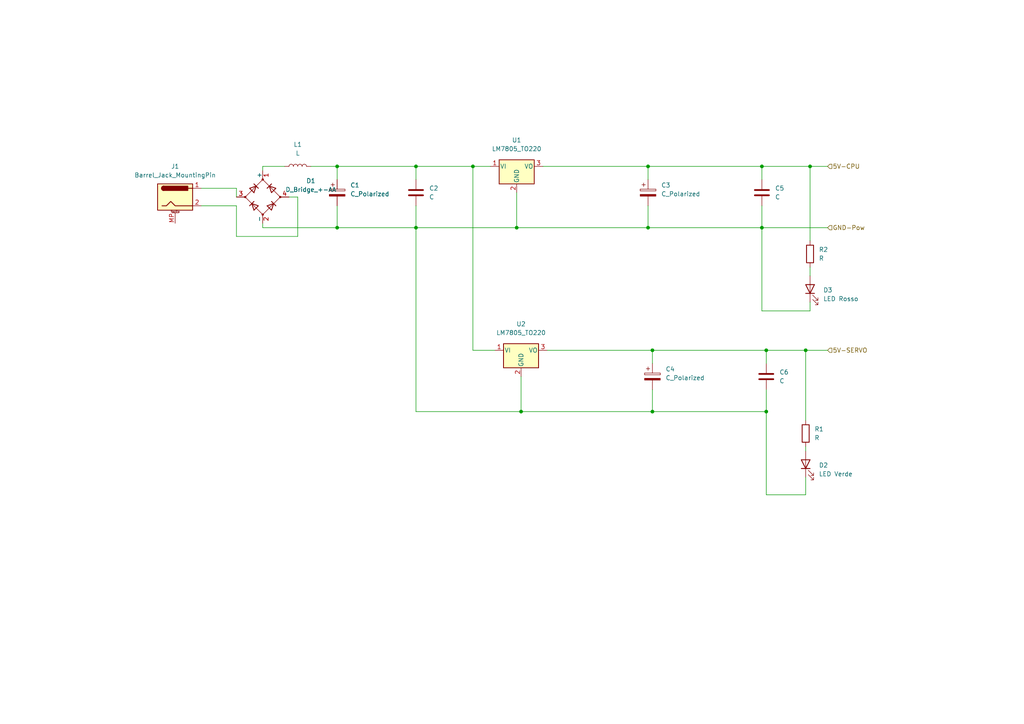
<source format=kicad_sch>
(kicad_sch (version 20211123) (generator eeschema)

  (uuid f008dfec-8cbd-4604-adf7-5c96849dc8e9)

  (paper "A4")

  (lib_symbols
    (symbol "Connector:Barrel_Jack_MountingPin" (pin_names hide) (in_bom yes) (on_board yes)
      (property "Reference" "J" (id 0) (at 0 5.334 0)
        (effects (font (size 1.27 1.27)))
      )
      (property "Value" "Barrel_Jack_MountingPin" (id 1) (at 1.27 -6.35 0)
        (effects (font (size 1.27 1.27)) (justify left))
      )
      (property "Footprint" "" (id 2) (at 1.27 -1.016 0)
        (effects (font (size 1.27 1.27)) hide)
      )
      (property "Datasheet" "~" (id 3) (at 1.27 -1.016 0)
        (effects (font (size 1.27 1.27)) hide)
      )
      (property "ki_keywords" "DC power barrel jack connector" (id 4) (at 0 0 0)
        (effects (font (size 1.27 1.27)) hide)
      )
      (property "ki_description" "DC Barrel Jack with a mounting pin" (id 5) (at 0 0 0)
        (effects (font (size 1.27 1.27)) hide)
      )
      (property "ki_fp_filters" "BarrelJack*" (id 6) (at 0 0 0)
        (effects (font (size 1.27 1.27)) hide)
      )
      (symbol "Barrel_Jack_MountingPin_0_1"
        (rectangle (start -5.08 3.81) (end 5.08 -3.81)
          (stroke (width 0.254) (type default) (color 0 0 0 0))
          (fill (type background))
        )
        (arc (start -3.302 3.175) (mid -3.937 2.54) (end -3.302 1.905)
          (stroke (width 0.254) (type default) (color 0 0 0 0))
          (fill (type none))
        )
        (arc (start -3.302 3.175) (mid -3.937 2.54) (end -3.302 1.905)
          (stroke (width 0.254) (type default) (color 0 0 0 0))
          (fill (type outline))
        )
        (polyline
          (pts
            (xy 5.08 2.54)
            (xy 3.81 2.54)
          )
          (stroke (width 0.254) (type default) (color 0 0 0 0))
          (fill (type none))
        )
        (polyline
          (pts
            (xy -3.81 -2.54)
            (xy -2.54 -2.54)
            (xy -1.27 -1.27)
            (xy 0 -2.54)
            (xy 2.54 -2.54)
            (xy 5.08 -2.54)
          )
          (stroke (width 0.254) (type default) (color 0 0 0 0))
          (fill (type none))
        )
        (rectangle (start 3.683 3.175) (end -3.302 1.905)
          (stroke (width 0.254) (type default) (color 0 0 0 0))
          (fill (type outline))
        )
      )
      (symbol "Barrel_Jack_MountingPin_1_1"
        (polyline
          (pts
            (xy -1.016 -4.572)
            (xy 1.016 -4.572)
          )
          (stroke (width 0.1524) (type default) (color 0 0 0 0))
          (fill (type none))
        )
        (text "Mounting" (at 0 -4.191 0)
          (effects (font (size 0.381 0.381)))
        )
        (pin passive line (at 7.62 2.54 180) (length 2.54)
          (name "~" (effects (font (size 1.27 1.27))))
          (number "1" (effects (font (size 1.27 1.27))))
        )
        (pin passive line (at 7.62 -2.54 180) (length 2.54)
          (name "~" (effects (font (size 1.27 1.27))))
          (number "2" (effects (font (size 1.27 1.27))))
        )
        (pin passive line (at 0 -7.62 90) (length 3.048)
          (name "MountPin" (effects (font (size 1.27 1.27))))
          (number "MP" (effects (font (size 1.27 1.27))))
        )
      )
    )
    (symbol "Device:C" (pin_numbers hide) (pin_names (offset 0.254)) (in_bom yes) (on_board yes)
      (property "Reference" "C" (id 0) (at 0.635 2.54 0)
        (effects (font (size 1.27 1.27)) (justify left))
      )
      (property "Value" "C" (id 1) (at 0.635 -2.54 0)
        (effects (font (size 1.27 1.27)) (justify left))
      )
      (property "Footprint" "" (id 2) (at 0.9652 -3.81 0)
        (effects (font (size 1.27 1.27)) hide)
      )
      (property "Datasheet" "~" (id 3) (at 0 0 0)
        (effects (font (size 1.27 1.27)) hide)
      )
      (property "ki_keywords" "cap capacitor" (id 4) (at 0 0 0)
        (effects (font (size 1.27 1.27)) hide)
      )
      (property "ki_description" "Unpolarized capacitor" (id 5) (at 0 0 0)
        (effects (font (size 1.27 1.27)) hide)
      )
      (property "ki_fp_filters" "C_*" (id 6) (at 0 0 0)
        (effects (font (size 1.27 1.27)) hide)
      )
      (symbol "C_0_1"
        (polyline
          (pts
            (xy -2.032 -0.762)
            (xy 2.032 -0.762)
          )
          (stroke (width 0.508) (type default) (color 0 0 0 0))
          (fill (type none))
        )
        (polyline
          (pts
            (xy -2.032 0.762)
            (xy 2.032 0.762)
          )
          (stroke (width 0.508) (type default) (color 0 0 0 0))
          (fill (type none))
        )
      )
      (symbol "C_1_1"
        (pin passive line (at 0 3.81 270) (length 2.794)
          (name "~" (effects (font (size 1.27 1.27))))
          (number "1" (effects (font (size 1.27 1.27))))
        )
        (pin passive line (at 0 -3.81 90) (length 2.794)
          (name "~" (effects (font (size 1.27 1.27))))
          (number "2" (effects (font (size 1.27 1.27))))
        )
      )
    )
    (symbol "Device:C_Polarized" (pin_numbers hide) (pin_names (offset 0.254)) (in_bom yes) (on_board yes)
      (property "Reference" "C" (id 0) (at 0.635 2.54 0)
        (effects (font (size 1.27 1.27)) (justify left))
      )
      (property "Value" "C_Polarized" (id 1) (at 0.635 -2.54 0)
        (effects (font (size 1.27 1.27)) (justify left))
      )
      (property "Footprint" "" (id 2) (at 0.9652 -3.81 0)
        (effects (font (size 1.27 1.27)) hide)
      )
      (property "Datasheet" "~" (id 3) (at 0 0 0)
        (effects (font (size 1.27 1.27)) hide)
      )
      (property "ki_keywords" "cap capacitor" (id 4) (at 0 0 0)
        (effects (font (size 1.27 1.27)) hide)
      )
      (property "ki_description" "Polarized capacitor" (id 5) (at 0 0 0)
        (effects (font (size 1.27 1.27)) hide)
      )
      (property "ki_fp_filters" "CP_*" (id 6) (at 0 0 0)
        (effects (font (size 1.27 1.27)) hide)
      )
      (symbol "C_Polarized_0_1"
        (rectangle (start -2.286 0.508) (end 2.286 1.016)
          (stroke (width 0) (type default) (color 0 0 0 0))
          (fill (type none))
        )
        (polyline
          (pts
            (xy -1.778 2.286)
            (xy -0.762 2.286)
          )
          (stroke (width 0) (type default) (color 0 0 0 0))
          (fill (type none))
        )
        (polyline
          (pts
            (xy -1.27 2.794)
            (xy -1.27 1.778)
          )
          (stroke (width 0) (type default) (color 0 0 0 0))
          (fill (type none))
        )
        (rectangle (start 2.286 -0.508) (end -2.286 -1.016)
          (stroke (width 0) (type default) (color 0 0 0 0))
          (fill (type outline))
        )
      )
      (symbol "C_Polarized_1_1"
        (pin passive line (at 0 3.81 270) (length 2.794)
          (name "~" (effects (font (size 1.27 1.27))))
          (number "1" (effects (font (size 1.27 1.27))))
        )
        (pin passive line (at 0 -3.81 90) (length 2.794)
          (name "~" (effects (font (size 1.27 1.27))))
          (number "2" (effects (font (size 1.27 1.27))))
        )
      )
    )
    (symbol "Device:D_Bridge_+-AA" (pin_names (offset 0)) (in_bom yes) (on_board yes)
      (property "Reference" "D" (id 0) (at 2.54 6.985 0)
        (effects (font (size 1.27 1.27)) (justify left))
      )
      (property "Value" "D_Bridge_+-AA" (id 1) (at 2.54 5.08 0)
        (effects (font (size 1.27 1.27)) (justify left))
      )
      (property "Footprint" "" (id 2) (at 0 0 0)
        (effects (font (size 1.27 1.27)) hide)
      )
      (property "Datasheet" "~" (id 3) (at 0 0 0)
        (effects (font (size 1.27 1.27)) hide)
      )
      (property "ki_keywords" "rectifier ACDC" (id 4) (at 0 0 0)
        (effects (font (size 1.27 1.27)) hide)
      )
      (property "ki_description" "Diode bridge, +ve/-ve/AC/AC" (id 5) (at 0 0 0)
        (effects (font (size 1.27 1.27)) hide)
      )
      (property "ki_fp_filters" "D*Bridge* D*Rectifier*" (id 6) (at 0 0 0)
        (effects (font (size 1.27 1.27)) hide)
      )
      (symbol "D_Bridge_+-AA_0_1"
        (circle (center -5.08 0) (radius 0.254)
          (stroke (width 0) (type default) (color 0 0 0 0))
          (fill (type outline))
        )
        (circle (center 0 -5.08) (radius 0.254)
          (stroke (width 0) (type default) (color 0 0 0 0))
          (fill (type outline))
        )
        (polyline
          (pts
            (xy -2.54 3.81)
            (xy -1.27 2.54)
          )
          (stroke (width 0.254) (type default) (color 0 0 0 0))
          (fill (type none))
        )
        (polyline
          (pts
            (xy -1.27 -2.54)
            (xy -2.54 -3.81)
          )
          (stroke (width 0.254) (type default) (color 0 0 0 0))
          (fill (type none))
        )
        (polyline
          (pts
            (xy 2.54 -1.27)
            (xy 3.81 -2.54)
          )
          (stroke (width 0.254) (type default) (color 0 0 0 0))
          (fill (type none))
        )
        (polyline
          (pts
            (xy 2.54 1.27)
            (xy 3.81 2.54)
          )
          (stroke (width 0.254) (type default) (color 0 0 0 0))
          (fill (type none))
        )
        (polyline
          (pts
            (xy -3.81 2.54)
            (xy -2.54 1.27)
            (xy -1.905 3.175)
            (xy -3.81 2.54)
          )
          (stroke (width 0.254) (type default) (color 0 0 0 0))
          (fill (type none))
        )
        (polyline
          (pts
            (xy -2.54 -1.27)
            (xy -3.81 -2.54)
            (xy -1.905 -3.175)
            (xy -2.54 -1.27)
          )
          (stroke (width 0.254) (type default) (color 0 0 0 0))
          (fill (type none))
        )
        (polyline
          (pts
            (xy 1.27 2.54)
            (xy 2.54 3.81)
            (xy 3.175 1.905)
            (xy 1.27 2.54)
          )
          (stroke (width 0.254) (type default) (color 0 0 0 0))
          (fill (type none))
        )
        (polyline
          (pts
            (xy 3.175 -1.905)
            (xy 1.27 -2.54)
            (xy 2.54 -3.81)
            (xy 3.175 -1.905)
          )
          (stroke (width 0.254) (type default) (color 0 0 0 0))
          (fill (type none))
        )
        (polyline
          (pts
            (xy -5.08 0)
            (xy 0 -5.08)
            (xy 5.08 0)
            (xy 0 5.08)
            (xy -5.08 0)
          )
          (stroke (width 0) (type default) (color 0 0 0 0))
          (fill (type none))
        )
        (circle (center 0 5.08) (radius 0.254)
          (stroke (width 0) (type default) (color 0 0 0 0))
          (fill (type outline))
        )
        (circle (center 5.08 0) (radius 0.254)
          (stroke (width 0) (type default) (color 0 0 0 0))
          (fill (type outline))
        )
      )
      (symbol "D_Bridge_+-AA_1_1"
        (pin passive line (at 7.62 0 180) (length 2.54)
          (name "+" (effects (font (size 1.27 1.27))))
          (number "1" (effects (font (size 1.27 1.27))))
        )
        (pin passive line (at -7.62 0 0) (length 2.54)
          (name "-" (effects (font (size 1.27 1.27))))
          (number "2" (effects (font (size 1.27 1.27))))
        )
        (pin passive line (at 0 7.62 270) (length 2.54)
          (name "~" (effects (font (size 1.27 1.27))))
          (number "3" (effects (font (size 1.27 1.27))))
        )
        (pin passive line (at 0 -7.62 90) (length 2.54)
          (name "~" (effects (font (size 1.27 1.27))))
          (number "4" (effects (font (size 1.27 1.27))))
        )
      )
    )
    (symbol "Device:L" (pin_numbers hide) (pin_names (offset 1.016) hide) (in_bom yes) (on_board yes)
      (property "Reference" "L" (id 0) (at -1.27 0 90)
        (effects (font (size 1.27 1.27)))
      )
      (property "Value" "L" (id 1) (at 1.905 0 90)
        (effects (font (size 1.27 1.27)))
      )
      (property "Footprint" "" (id 2) (at 0 0 0)
        (effects (font (size 1.27 1.27)) hide)
      )
      (property "Datasheet" "~" (id 3) (at 0 0 0)
        (effects (font (size 1.27 1.27)) hide)
      )
      (property "ki_keywords" "inductor choke coil reactor magnetic" (id 4) (at 0 0 0)
        (effects (font (size 1.27 1.27)) hide)
      )
      (property "ki_description" "Inductor" (id 5) (at 0 0 0)
        (effects (font (size 1.27 1.27)) hide)
      )
      (property "ki_fp_filters" "Choke_* *Coil* Inductor_* L_*" (id 6) (at 0 0 0)
        (effects (font (size 1.27 1.27)) hide)
      )
      (symbol "L_0_1"
        (arc (start 0 -2.54) (mid 0.635 -1.905) (end 0 -1.27)
          (stroke (width 0) (type default) (color 0 0 0 0))
          (fill (type none))
        )
        (arc (start 0 -1.27) (mid 0.635 -0.635) (end 0 0)
          (stroke (width 0) (type default) (color 0 0 0 0))
          (fill (type none))
        )
        (arc (start 0 0) (mid 0.635 0.635) (end 0 1.27)
          (stroke (width 0) (type default) (color 0 0 0 0))
          (fill (type none))
        )
        (arc (start 0 1.27) (mid 0.635 1.905) (end 0 2.54)
          (stroke (width 0) (type default) (color 0 0 0 0))
          (fill (type none))
        )
      )
      (symbol "L_1_1"
        (pin passive line (at 0 3.81 270) (length 1.27)
          (name "1" (effects (font (size 1.27 1.27))))
          (number "1" (effects (font (size 1.27 1.27))))
        )
        (pin passive line (at 0 -3.81 90) (length 1.27)
          (name "2" (effects (font (size 1.27 1.27))))
          (number "2" (effects (font (size 1.27 1.27))))
        )
      )
    )
    (symbol "Device:LED" (pin_numbers hide) (pin_names (offset 1.016) hide) (in_bom yes) (on_board yes)
      (property "Reference" "D" (id 0) (at 0 2.54 0)
        (effects (font (size 1.27 1.27)))
      )
      (property "Value" "LED" (id 1) (at 0 -2.54 0)
        (effects (font (size 1.27 1.27)))
      )
      (property "Footprint" "" (id 2) (at 0 0 0)
        (effects (font (size 1.27 1.27)) hide)
      )
      (property "Datasheet" "~" (id 3) (at 0 0 0)
        (effects (font (size 1.27 1.27)) hide)
      )
      (property "ki_keywords" "LED diode" (id 4) (at 0 0 0)
        (effects (font (size 1.27 1.27)) hide)
      )
      (property "ki_description" "Light emitting diode" (id 5) (at 0 0 0)
        (effects (font (size 1.27 1.27)) hide)
      )
      (property "ki_fp_filters" "LED* LED_SMD:* LED_THT:*" (id 6) (at 0 0 0)
        (effects (font (size 1.27 1.27)) hide)
      )
      (symbol "LED_0_1"
        (polyline
          (pts
            (xy -1.27 -1.27)
            (xy -1.27 1.27)
          )
          (stroke (width 0.254) (type default) (color 0 0 0 0))
          (fill (type none))
        )
        (polyline
          (pts
            (xy -1.27 0)
            (xy 1.27 0)
          )
          (stroke (width 0) (type default) (color 0 0 0 0))
          (fill (type none))
        )
        (polyline
          (pts
            (xy 1.27 -1.27)
            (xy 1.27 1.27)
            (xy -1.27 0)
            (xy 1.27 -1.27)
          )
          (stroke (width 0.254) (type default) (color 0 0 0 0))
          (fill (type none))
        )
        (polyline
          (pts
            (xy -3.048 -0.762)
            (xy -4.572 -2.286)
            (xy -3.81 -2.286)
            (xy -4.572 -2.286)
            (xy -4.572 -1.524)
          )
          (stroke (width 0) (type default) (color 0 0 0 0))
          (fill (type none))
        )
        (polyline
          (pts
            (xy -1.778 -0.762)
            (xy -3.302 -2.286)
            (xy -2.54 -2.286)
            (xy -3.302 -2.286)
            (xy -3.302 -1.524)
          )
          (stroke (width 0) (type default) (color 0 0 0 0))
          (fill (type none))
        )
      )
      (symbol "LED_1_1"
        (pin passive line (at -3.81 0 0) (length 2.54)
          (name "K" (effects (font (size 1.27 1.27))))
          (number "1" (effects (font (size 1.27 1.27))))
        )
        (pin passive line (at 3.81 0 180) (length 2.54)
          (name "A" (effects (font (size 1.27 1.27))))
          (number "2" (effects (font (size 1.27 1.27))))
        )
      )
    )
    (symbol "Device:R" (pin_numbers hide) (pin_names (offset 0)) (in_bom yes) (on_board yes)
      (property "Reference" "R" (id 0) (at 2.032 0 90)
        (effects (font (size 1.27 1.27)))
      )
      (property "Value" "R" (id 1) (at 0 0 90)
        (effects (font (size 1.27 1.27)))
      )
      (property "Footprint" "" (id 2) (at -1.778 0 90)
        (effects (font (size 1.27 1.27)) hide)
      )
      (property "Datasheet" "~" (id 3) (at 0 0 0)
        (effects (font (size 1.27 1.27)) hide)
      )
      (property "ki_keywords" "R res resistor" (id 4) (at 0 0 0)
        (effects (font (size 1.27 1.27)) hide)
      )
      (property "ki_description" "Resistor" (id 5) (at 0 0 0)
        (effects (font (size 1.27 1.27)) hide)
      )
      (property "ki_fp_filters" "R_*" (id 6) (at 0 0 0)
        (effects (font (size 1.27 1.27)) hide)
      )
      (symbol "R_0_1"
        (rectangle (start -1.016 -2.54) (end 1.016 2.54)
          (stroke (width 0.254) (type default) (color 0 0 0 0))
          (fill (type none))
        )
      )
      (symbol "R_1_1"
        (pin passive line (at 0 3.81 270) (length 1.27)
          (name "~" (effects (font (size 1.27 1.27))))
          (number "1" (effects (font (size 1.27 1.27))))
        )
        (pin passive line (at 0 -3.81 90) (length 1.27)
          (name "~" (effects (font (size 1.27 1.27))))
          (number "2" (effects (font (size 1.27 1.27))))
        )
      )
    )
    (symbol "Regulator_Linear:LM7805_TO220" (pin_names (offset 0.254)) (in_bom yes) (on_board yes)
      (property "Reference" "U" (id 0) (at -3.81 3.175 0)
        (effects (font (size 1.27 1.27)))
      )
      (property "Value" "LM7805_TO220" (id 1) (at 0 3.175 0)
        (effects (font (size 1.27 1.27)) (justify left))
      )
      (property "Footprint" "Package_TO_SOT_THT:TO-220-3_Vertical" (id 2) (at 0 5.715 0)
        (effects (font (size 1.27 1.27) italic) hide)
      )
      (property "Datasheet" "https://www.onsemi.cn/PowerSolutions/document/MC7800-D.PDF" (id 3) (at 0 -1.27 0)
        (effects (font (size 1.27 1.27)) hide)
      )
      (property "ki_keywords" "Voltage Regulator 1A Positive" (id 4) (at 0 0 0)
        (effects (font (size 1.27 1.27)) hide)
      )
      (property "ki_description" "Positive 1A 35V Linear Regulator, Fixed Output 5V, TO-220" (id 5) (at 0 0 0)
        (effects (font (size 1.27 1.27)) hide)
      )
      (property "ki_fp_filters" "TO?220*" (id 6) (at 0 0 0)
        (effects (font (size 1.27 1.27)) hide)
      )
      (symbol "LM7805_TO220_0_1"
        (rectangle (start -5.08 1.905) (end 5.08 -5.08)
          (stroke (width 0.254) (type default) (color 0 0 0 0))
          (fill (type background))
        )
      )
      (symbol "LM7805_TO220_1_1"
        (pin power_in line (at -7.62 0 0) (length 2.54)
          (name "VI" (effects (font (size 1.27 1.27))))
          (number "1" (effects (font (size 1.27 1.27))))
        )
        (pin power_in line (at 0 -7.62 90) (length 2.54)
          (name "GND" (effects (font (size 1.27 1.27))))
          (number "2" (effects (font (size 1.27 1.27))))
        )
        (pin power_out line (at 7.62 0 180) (length 2.54)
          (name "VO" (effects (font (size 1.27 1.27))))
          (number "3" (effects (font (size 1.27 1.27))))
        )
      )
    )
  )

  (junction (at 187.96 66.04) (diameter 0) (color 0 0 0 0)
    (uuid 02c03e1f-54f0-47b5-8090-790eaa8054e5)
  )
  (junction (at 97.79 48.26) (diameter 0) (color 0 0 0 0)
    (uuid 06761d6a-d0f7-4522-90a5-02a9bff75dcc)
  )
  (junction (at 120.65 66.04) (diameter 0) (color 0 0 0 0)
    (uuid 22eb16ec-c020-4b05-af2a-6c2fddea5ef9)
  )
  (junction (at 220.98 48.26) (diameter 0) (color 0 0 0 0)
    (uuid 23248dce-24e3-4258-be9b-2c3226426482)
  )
  (junction (at 151.13 119.38) (diameter 0) (color 0 0 0 0)
    (uuid 370fa68d-8e1b-4a0c-ba10-e8cfdcaa2cca)
  )
  (junction (at 120.65 48.26) (diameter 0) (color 0 0 0 0)
    (uuid 406b0538-e407-42dc-b3f5-635fd43e5eaf)
  )
  (junction (at 97.79 66.04) (diameter 0) (color 0 0 0 0)
    (uuid 4aade580-3568-48b8-9ba6-d98a7fc9b6d4)
  )
  (junction (at 234.95 48.26) (diameter 0) (color 0 0 0 0)
    (uuid 6f180f55-2af2-4ae8-8ce5-262edfe36df4)
  )
  (junction (at 149.86 66.04) (diameter 0) (color 0 0 0 0)
    (uuid 737048ec-988c-476e-83c6-96f2514f6b50)
  )
  (junction (at 187.96 48.26) (diameter 0) (color 0 0 0 0)
    (uuid 7a3c66fe-af0a-4686-8dbc-2565c40985ee)
  )
  (junction (at 220.98 66.04) (diameter 0) (color 0 0 0 0)
    (uuid a3c90ad5-e9e8-4e0f-bc14-cbf1102c3fa2)
  )
  (junction (at 222.25 119.38) (diameter 0) (color 0 0 0 0)
    (uuid a6d17893-c0eb-49c6-8990-e6336bae4a7b)
  )
  (junction (at 189.23 101.6) (diameter 0) (color 0 0 0 0)
    (uuid b4750253-17f7-4952-a97f-0e2aa78e5d4e)
  )
  (junction (at 233.68 101.6) (diameter 0) (color 0 0 0 0)
    (uuid c1b6ca8c-2da9-4006-83d4-f1b71138ddbe)
  )
  (junction (at 222.25 101.6) (diameter 0) (color 0 0 0 0)
    (uuid c6151bb4-beb6-483d-8734-a5fd18c39104)
  )
  (junction (at 189.23 119.38) (diameter 0) (color 0 0 0 0)
    (uuid cff51dff-46c0-41a0-bd12-4dfb503e1fb1)
  )
  (junction (at 137.16 48.26) (diameter 0) (color 0 0 0 0)
    (uuid f84c8274-51c3-49c8-9d3f-2b16dbda5b3a)
  )

  (wire (pts (xy 120.65 119.38) (xy 120.65 66.04))
    (stroke (width 0) (type default) (color 0 0 0 0))
    (uuid 0501f9d3-1037-483e-8d4c-d7f511661b98)
  )
  (wire (pts (xy 97.79 48.26) (xy 120.65 48.26))
    (stroke (width 0) (type default) (color 0 0 0 0))
    (uuid 19fa953e-96f9-4544-95f8-14b96c5f0592)
  )
  (wire (pts (xy 233.68 138.43) (xy 233.68 143.51))
    (stroke (width 0) (type default) (color 0 0 0 0))
    (uuid 1bb4cb28-2f0b-4c98-b1a9-06a80fb6ad91)
  )
  (wire (pts (xy 187.96 48.26) (xy 220.98 48.26))
    (stroke (width 0) (type default) (color 0 0 0 0))
    (uuid 1e1d860f-ab47-4f7a-9706-99b24fb66d56)
  )
  (wire (pts (xy 137.16 48.26) (xy 142.24 48.26))
    (stroke (width 0) (type default) (color 0 0 0 0))
    (uuid 1fd4d199-be0d-4bd6-a8bf-6a584dd790d8)
  )
  (wire (pts (xy 137.16 101.6) (xy 137.16 48.26))
    (stroke (width 0) (type default) (color 0 0 0 0))
    (uuid 2df9c463-1835-423c-ad3d-9a28aa5abb77)
  )
  (wire (pts (xy 234.95 48.26) (xy 240.03 48.26))
    (stroke (width 0) (type default) (color 0 0 0 0))
    (uuid 2e94084f-0194-4218-bd4e-8ef2615b3ad3)
  )
  (wire (pts (xy 157.48 48.26) (xy 187.96 48.26))
    (stroke (width 0) (type default) (color 0 0 0 0))
    (uuid 37151358-5d26-4223-aab7-bbe564f73269)
  )
  (wire (pts (xy 76.2 64.77) (xy 76.2 66.04))
    (stroke (width 0) (type default) (color 0 0 0 0))
    (uuid 3904b500-50c7-4e09-acb1-90aa776fc138)
  )
  (wire (pts (xy 233.68 101.6) (xy 233.68 121.92))
    (stroke (width 0) (type default) (color 0 0 0 0))
    (uuid 394c10eb-4ca2-4913-b2ee-7c2c88338d8c)
  )
  (wire (pts (xy 234.95 48.26) (xy 234.95 69.85))
    (stroke (width 0) (type default) (color 0 0 0 0))
    (uuid 3a08f6bb-83d1-4267-9240-a39239edd0ae)
  )
  (wire (pts (xy 189.23 119.38) (xy 151.13 119.38))
    (stroke (width 0) (type default) (color 0 0 0 0))
    (uuid 3b75e053-9803-4ad4-9152-cf42fb113e7f)
  )
  (wire (pts (xy 189.23 101.6) (xy 189.23 105.41))
    (stroke (width 0) (type default) (color 0 0 0 0))
    (uuid 3c27d80c-3964-4055-bf40-0434a3cc02ad)
  )
  (wire (pts (xy 234.95 87.63) (xy 234.95 90.17))
    (stroke (width 0) (type default) (color 0 0 0 0))
    (uuid 3d02dfec-c2e4-46b2-bdb8-5008877ec7e0)
  )
  (wire (pts (xy 120.65 48.26) (xy 137.16 48.26))
    (stroke (width 0) (type default) (color 0 0 0 0))
    (uuid 410a049d-8aae-4e3f-bb06-cfb3993b7752)
  )
  (wire (pts (xy 222.25 113.03) (xy 222.25 119.38))
    (stroke (width 0) (type default) (color 0 0 0 0))
    (uuid 447801ef-def9-428c-bdf2-c65bc975bdc4)
  )
  (wire (pts (xy 220.98 48.26) (xy 234.95 48.26))
    (stroke (width 0) (type default) (color 0 0 0 0))
    (uuid 463add5c-4479-40be-aa2f-71bbecac9a15)
  )
  (wire (pts (xy 151.13 119.38) (xy 120.65 119.38))
    (stroke (width 0) (type default) (color 0 0 0 0))
    (uuid 4ab9bac4-ea23-4da4-a9f6-e18ace3cbf60)
  )
  (wire (pts (xy 97.79 59.69) (xy 97.79 66.04))
    (stroke (width 0) (type default) (color 0 0 0 0))
    (uuid 50473d75-7668-4bb7-b779-3baf343577f1)
  )
  (wire (pts (xy 234.95 77.47) (xy 234.95 80.01))
    (stroke (width 0) (type default) (color 0 0 0 0))
    (uuid 546cca88-ae0c-46e6-b451-e387789c6f3b)
  )
  (wire (pts (xy 97.79 66.04) (xy 120.65 66.04))
    (stroke (width 0) (type default) (color 0 0 0 0))
    (uuid 560b9e22-fbfa-4284-9322-ea7eb29bec44)
  )
  (wire (pts (xy 187.96 59.69) (xy 187.96 66.04))
    (stroke (width 0) (type default) (color 0 0 0 0))
    (uuid 5a6a3fe1-f1d3-4c26-bb36-dd89332d452c)
  )
  (wire (pts (xy 233.68 101.6) (xy 240.03 101.6))
    (stroke (width 0) (type default) (color 0 0 0 0))
    (uuid 64ac6f89-deb1-4561-afb7-27651348f6c6)
  )
  (wire (pts (xy 120.65 59.69) (xy 120.65 66.04))
    (stroke (width 0) (type default) (color 0 0 0 0))
    (uuid 683fbb7f-330c-48db-9b1f-a226282ffdda)
  )
  (wire (pts (xy 187.96 66.04) (xy 220.98 66.04))
    (stroke (width 0) (type default) (color 0 0 0 0))
    (uuid 68f06567-2b69-45e9-81a9-a5f6f8bfd0bf)
  )
  (wire (pts (xy 189.23 101.6) (xy 158.75 101.6))
    (stroke (width 0) (type default) (color 0 0 0 0))
    (uuid 6a08e7cf-56f8-427f-a198-85368584f711)
  )
  (wire (pts (xy 120.65 52.07) (xy 120.65 48.26))
    (stroke (width 0) (type default) (color 0 0 0 0))
    (uuid 6f2da74a-f91e-42d5-83b5-1a5b4f934a51)
  )
  (wire (pts (xy 149.86 55.88) (xy 149.86 66.04))
    (stroke (width 0) (type default) (color 0 0 0 0))
    (uuid 7237e59b-a03f-479f-88d8-0aa0ed6c4e1d)
  )
  (wire (pts (xy 86.36 68.58) (xy 86.36 57.15))
    (stroke (width 0) (type default) (color 0 0 0 0))
    (uuid 752e8ff0-deb6-403f-a0be-46c7b2e2696e)
  )
  (wire (pts (xy 220.98 66.04) (xy 220.98 59.69))
    (stroke (width 0) (type default) (color 0 0 0 0))
    (uuid 7f3a0fa5-3bf6-4db5-bf39-2e3495a935ab)
  )
  (wire (pts (xy 76.2 66.04) (xy 97.79 66.04))
    (stroke (width 0) (type default) (color 0 0 0 0))
    (uuid 8815e94a-c93f-4fb4-b316-04259dd2bab1)
  )
  (wire (pts (xy 222.25 119.38) (xy 189.23 119.38))
    (stroke (width 0) (type default) (color 0 0 0 0))
    (uuid 8efdfbe4-7006-4eec-8826-642e49cfcd15)
  )
  (wire (pts (xy 68.58 68.58) (xy 86.36 68.58))
    (stroke (width 0) (type default) (color 0 0 0 0))
    (uuid 9514497a-9d81-4fa8-852d-dc8955d6afe8)
  )
  (wire (pts (xy 222.25 101.6) (xy 189.23 101.6))
    (stroke (width 0) (type default) (color 0 0 0 0))
    (uuid 99d2cc65-a9b5-484c-8c6f-a74d066d5103)
  )
  (wire (pts (xy 120.65 66.04) (xy 149.86 66.04))
    (stroke (width 0) (type default) (color 0 0 0 0))
    (uuid 9d92645c-25e5-471b-836e-8eb1129db0f6)
  )
  (wire (pts (xy 151.13 109.22) (xy 151.13 119.38))
    (stroke (width 0) (type default) (color 0 0 0 0))
    (uuid a2665aa4-0005-4e79-9751-763a942980bb)
  )
  (wire (pts (xy 76.2 48.26) (xy 76.2 49.53))
    (stroke (width 0) (type default) (color 0 0 0 0))
    (uuid a5924884-64a9-4faf-863a-b6d82d7488de)
  )
  (wire (pts (xy 220.98 48.26) (xy 220.98 52.07))
    (stroke (width 0) (type default) (color 0 0 0 0))
    (uuid a73b1207-cc2c-4724-bfea-bd317a0f2435)
  )
  (wire (pts (xy 233.68 129.54) (xy 233.68 130.81))
    (stroke (width 0) (type default) (color 0 0 0 0))
    (uuid aaaf1ca3-7358-4c7f-a185-7384aeb0abd7)
  )
  (wire (pts (xy 149.86 66.04) (xy 187.96 66.04))
    (stroke (width 0) (type default) (color 0 0 0 0))
    (uuid ad055baf-f3e9-4a2a-882d-e3033c02bf22)
  )
  (wire (pts (xy 90.17 48.26) (xy 97.79 48.26))
    (stroke (width 0) (type default) (color 0 0 0 0))
    (uuid adbadb76-150f-48ae-85ab-8afeb1369ca3)
  )
  (wire (pts (xy 222.25 143.51) (xy 222.25 119.38))
    (stroke (width 0) (type default) (color 0 0 0 0))
    (uuid b1b21239-f19d-4877-a0a6-485d418039da)
  )
  (wire (pts (xy 233.68 143.51) (xy 222.25 143.51))
    (stroke (width 0) (type default) (color 0 0 0 0))
    (uuid b4734d7d-2245-4d2e-9a44-30ecaecd65bc)
  )
  (wire (pts (xy 187.96 48.26) (xy 187.96 52.07))
    (stroke (width 0) (type default) (color 0 0 0 0))
    (uuid b558f8c4-f5fe-4299-83c3-ba7b6d493a68)
  )
  (wire (pts (xy 68.58 59.69) (xy 68.58 68.58))
    (stroke (width 0) (type default) (color 0 0 0 0))
    (uuid bfe47710-0ada-4ff7-b894-24b2d593a5b0)
  )
  (wire (pts (xy 220.98 90.17) (xy 220.98 66.04))
    (stroke (width 0) (type default) (color 0 0 0 0))
    (uuid c35ca94a-cad0-4c81-82b2-4b829ee073b6)
  )
  (wire (pts (xy 234.95 90.17) (xy 220.98 90.17))
    (stroke (width 0) (type default) (color 0 0 0 0))
    (uuid c7e8105c-7295-4746-a217-d1339f7247a4)
  )
  (wire (pts (xy 143.51 101.6) (xy 137.16 101.6))
    (stroke (width 0) (type default) (color 0 0 0 0))
    (uuid c95c64af-79ae-4bb6-bb0b-26a7e6636419)
  )
  (wire (pts (xy 222.25 105.41) (xy 222.25 101.6))
    (stroke (width 0) (type default) (color 0 0 0 0))
    (uuid cb90ecae-e9ec-4d21-878a-82d81f2b77b4)
  )
  (wire (pts (xy 97.79 48.26) (xy 97.79 52.07))
    (stroke (width 0) (type default) (color 0 0 0 0))
    (uuid cf5d128b-5e36-49e3-bcb4-c51a89cd1880)
  )
  (wire (pts (xy 58.42 59.69) (xy 68.58 59.69))
    (stroke (width 0) (type default) (color 0 0 0 0))
    (uuid d2e4133a-5ea9-4ca4-a663-19622feb1182)
  )
  (wire (pts (xy 58.42 54.61) (xy 68.58 54.61))
    (stroke (width 0) (type default) (color 0 0 0 0))
    (uuid d5ceaac4-9fcd-4e7e-8cd5-f754f05cd9f7)
  )
  (wire (pts (xy 86.36 57.15) (xy 83.82 57.15))
    (stroke (width 0) (type default) (color 0 0 0 0))
    (uuid dc5b15f3-2b36-471b-a355-28a2b15c8053)
  )
  (wire (pts (xy 222.25 101.6) (xy 233.68 101.6))
    (stroke (width 0) (type default) (color 0 0 0 0))
    (uuid dc9d3d40-93b8-44e0-b0a6-3efbe3400d1b)
  )
  (wire (pts (xy 189.23 113.03) (xy 189.23 119.38))
    (stroke (width 0) (type default) (color 0 0 0 0))
    (uuid e7c2a831-4c65-43fe-8d82-f1a347f75bfb)
  )
  (wire (pts (xy 220.98 66.04) (xy 240.03 66.04))
    (stroke (width 0) (type default) (color 0 0 0 0))
    (uuid f17cc0c0-ae74-427b-8659-e7ef25dbacdd)
  )
  (wire (pts (xy 82.55 48.26) (xy 76.2 48.26))
    (stroke (width 0) (type default) (color 0 0 0 0))
    (uuid f1af9dcf-8562-4526-b73d-c497d32bafec)
  )
  (wire (pts (xy 68.58 54.61) (xy 68.58 57.15))
    (stroke (width 0) (type default) (color 0 0 0 0))
    (uuid f346b2fd-9f05-44e3-bbdb-8c70530640a8)
  )

  (hierarchical_label "5V-CPU" (shape input) (at 240.03 48.26 0)
    (effects (font (size 1.27 1.27)) (justify left))
    (uuid 415f8cbf-1543-4dea-9365-14a5706895b5)
  )
  (hierarchical_label "5V-SERVO" (shape input) (at 240.03 101.6 0)
    (effects (font (size 1.27 1.27)) (justify left))
    (uuid 74486759-5b9d-4627-bc73-086587ddedb7)
  )
  (hierarchical_label "GND-Pow" (shape input) (at 240.03 66.04 0)
    (effects (font (size 1.27 1.27)) (justify left))
    (uuid b264f53d-be85-4256-9262-dd49ec6186c0)
  )

  (symbol (lib_id "Device:R") (at 233.68 125.73 0) (unit 1)
    (in_bom yes) (on_board yes) (fields_autoplaced)
    (uuid 03573eaa-9d46-4529-8b72-a2e2ede9abe2)
    (property "Reference" "R1" (id 0) (at 236.22 124.4599 0)
      (effects (font (size 1.27 1.27)) (justify left))
    )
    (property "Value" "R" (id 1) (at 236.22 126.9999 0)
      (effects (font (size 1.27 1.27)) (justify left))
    )
    (property "Footprint" "Resistor_THT:R_Axial_DIN0309_L9.0mm_D3.2mm_P20.32mm_Horizontal" (id 2) (at 231.902 125.73 90)
      (effects (font (size 1.27 1.27)) hide)
    )
    (property "Datasheet" "~" (id 3) (at 233.68 125.73 0)
      (effects (font (size 1.27 1.27)) hide)
    )
    (pin "1" (uuid bf2f54d0-b986-4271-87f8-5816351ccf68))
    (pin "2" (uuid 4318a250-88e8-4ff2-8431-5374db4b9fe0))
  )

  (symbol (lib_id "Device:LED") (at 234.95 83.82 90) (unit 1)
    (in_bom yes) (on_board yes) (fields_autoplaced)
    (uuid 24e0aa4f-7f02-4367-8830-83223ce812f2)
    (property "Reference" "D3" (id 0) (at 238.76 84.1374 90)
      (effects (font (size 1.27 1.27)) (justify right))
    )
    (property "Value" "LED Rosso" (id 1) (at 238.76 86.6774 90)
      (effects (font (size 1.27 1.27)) (justify right))
    )
    (property "Footprint" "LED_THT:LED_D5.0mm" (id 2) (at 234.95 83.82 0)
      (effects (font (size 1.27 1.27)) hide)
    )
    (property "Datasheet" "~" (id 3) (at 234.95 83.82 0)
      (effects (font (size 1.27 1.27)) hide)
    )
    (pin "1" (uuid 46390826-01ea-4751-ba64-55cc5b57682f))
    (pin "2" (uuid be76cc83-da00-4ec8-b15e-ef91a8a811fc))
  )

  (symbol (lib_id "Regulator_Linear:LM7805_TO220") (at 151.13 101.6 0) (unit 1)
    (in_bom yes) (on_board yes) (fields_autoplaced)
    (uuid 409bf8c7-21da-4798-8a78-c6aa7bc71315)
    (property "Reference" "U2" (id 0) (at 151.13 93.98 0))
    (property "Value" "LM7805_TO220" (id 1) (at 151.13 96.52 0))
    (property "Footprint" "Package_TO_SOT_THT:TO-220-3_Vertical" (id 2) (at 151.13 95.885 0)
      (effects (font (size 1.27 1.27) italic) hide)
    )
    (property "Datasheet" "https://www.onsemi.cn/PowerSolutions/document/MC7800-D.PDF" (id 3) (at 151.13 102.87 0)
      (effects (font (size 1.27 1.27)) hide)
    )
    (pin "1" (uuid 73bc975f-09c3-4dda-bb02-860b8380d6ae))
    (pin "2" (uuid 97962c1e-db75-4192-be44-f60315edb557))
    (pin "3" (uuid e25f465c-bd8f-49ec-b7d9-beb299ce9755))
  )

  (symbol (lib_id "Device:C_Polarized") (at 187.96 55.88 0) (unit 1)
    (in_bom yes) (on_board yes) (fields_autoplaced)
    (uuid 462cc3b1-535e-43f2-9d1e-b0968d208b83)
    (property "Reference" "C3" (id 0) (at 191.77 53.7209 0)
      (effects (font (size 1.27 1.27)) (justify left))
    )
    (property "Value" "C_Polarized" (id 1) (at 191.77 56.2609 0)
      (effects (font (size 1.27 1.27)) (justify left))
    )
    (property "Footprint" "Capacitor_THT:CP_Axial_L37.0mm_D13.0mm_P43.00mm_Horizontal" (id 2) (at 188.9252 59.69 0)
      (effects (font (size 1.27 1.27)) hide)
    )
    (property "Datasheet" "~" (id 3) (at 187.96 55.88 0)
      (effects (font (size 1.27 1.27)) hide)
    )
    (pin "1" (uuid c43f24b0-01c4-45ec-aa4a-5498098e16ab))
    (pin "2" (uuid baf7d5c1-8bc5-4816-9c9c-bb92b4a6b3da))
  )

  (symbol (lib_id "Device:C") (at 222.25 109.22 0) (unit 1)
    (in_bom yes) (on_board yes) (fields_autoplaced)
    (uuid 54db99a4-3fde-4a91-9fad-4f08097f60e6)
    (property "Reference" "C6" (id 0) (at 226.06 107.9499 0)
      (effects (font (size 1.27 1.27)) (justify left))
    )
    (property "Value" "C" (id 1) (at 226.06 110.4899 0)
      (effects (font (size 1.27 1.27)) (justify left))
    )
    (property "Footprint" "Capacitor_THT:C_Axial_L5.1mm_D3.1mm_P7.50mm_Horizontal" (id 2) (at 223.2152 113.03 0)
      (effects (font (size 1.27 1.27)) hide)
    )
    (property "Datasheet" "~" (id 3) (at 222.25 109.22 0)
      (effects (font (size 1.27 1.27)) hide)
    )
    (pin "1" (uuid 24fc2ec6-9ce9-43dc-9d66-9f94e4b63d5e))
    (pin "2" (uuid 6d4883a3-43f6-4b53-8c82-b6d633e794c1))
  )

  (symbol (lib_id "Device:R") (at 234.95 73.66 0) (unit 1)
    (in_bom yes) (on_board yes) (fields_autoplaced)
    (uuid 59d26a62-d199-4418-a642-fcede38a030d)
    (property "Reference" "R2" (id 0) (at 237.49 72.3899 0)
      (effects (font (size 1.27 1.27)) (justify left))
    )
    (property "Value" "R" (id 1) (at 237.49 74.9299 0)
      (effects (font (size 1.27 1.27)) (justify left))
    )
    (property "Footprint" "Resistor_THT:R_Axial_DIN0309_L9.0mm_D3.2mm_P20.32mm_Horizontal" (id 2) (at 233.172 73.66 90)
      (effects (font (size 1.27 1.27)) hide)
    )
    (property "Datasheet" "~" (id 3) (at 234.95 73.66 0)
      (effects (font (size 1.27 1.27)) hide)
    )
    (pin "1" (uuid 06649cfc-decf-4276-9311-a020ff48cb1b))
    (pin "2" (uuid e091d0d4-05db-48ca-9fe4-0d644df1d076))
  )

  (symbol (lib_id "Device:C") (at 220.98 55.88 0) (unit 1)
    (in_bom yes) (on_board yes) (fields_autoplaced)
    (uuid 5d761499-c3b4-4179-88a5-f5861346a3ec)
    (property "Reference" "C5" (id 0) (at 224.79 54.6099 0)
      (effects (font (size 1.27 1.27)) (justify left))
    )
    (property "Value" "C" (id 1) (at 224.79 57.1499 0)
      (effects (font (size 1.27 1.27)) (justify left))
    )
    (property "Footprint" "Capacitor_THT:C_Axial_L5.1mm_D3.1mm_P7.50mm_Horizontal" (id 2) (at 221.9452 59.69 0)
      (effects (font (size 1.27 1.27)) hide)
    )
    (property "Datasheet" "~" (id 3) (at 220.98 55.88 0)
      (effects (font (size 1.27 1.27)) hide)
    )
    (pin "1" (uuid 6423e9e7-6277-460d-ad7c-d023afe87697))
    (pin "2" (uuid 40b865b0-cc78-47dd-9ef7-e114a59444e8))
  )

  (symbol (lib_id "Device:D_Bridge_+-AA") (at 76.2 57.15 90) (unit 1)
    (in_bom yes) (on_board yes) (fields_autoplaced)
    (uuid 5e807c14-eb72-4699-ac5c-0e22b3b90689)
    (property "Reference" "D1" (id 0) (at 90.17 52.451 90))
    (property "Value" "D_Bridge_+-AA" (id 1) (at 90.17 54.991 90))
    (property "Footprint" "Diode_THT:Diode_Bridge_Round_D8.9mm" (id 2) (at 76.2 57.15 0)
      (effects (font (size 1.27 1.27)) hide)
    )
    (property "Datasheet" "~" (id 3) (at 76.2 57.15 0)
      (effects (font (size 1.27 1.27)) hide)
    )
    (pin "1" (uuid ef02d8bd-f5ed-4c60-b031-608f2959fcf9))
    (pin "2" (uuid 3532cddf-acb9-4e3a-8232-d14fb89c468b))
    (pin "3" (uuid 156d07b6-f60e-459b-b98a-29b8c699efdc))
    (pin "4" (uuid e8427703-debe-4022-822d-163d4fc97756))
  )

  (symbol (lib_id "Device:C_Polarized") (at 97.79 55.88 0) (unit 1)
    (in_bom yes) (on_board yes) (fields_autoplaced)
    (uuid 6ca37845-c8b0-426a-bf5b-60cf4677f720)
    (property "Reference" "C1" (id 0) (at 101.6 53.7209 0)
      (effects (font (size 1.27 1.27)) (justify left))
    )
    (property "Value" "C_Polarized" (id 1) (at 101.6 56.2609 0)
      (effects (font (size 1.27 1.27)) (justify left))
    )
    (property "Footprint" "Capacitor_THT:CP_Axial_L37.0mm_D13.0mm_P43.00mm_Horizontal" (id 2) (at 98.7552 59.69 0)
      (effects (font (size 1.27 1.27)) hide)
    )
    (property "Datasheet" "~" (id 3) (at 97.79 55.88 0)
      (effects (font (size 1.27 1.27)) hide)
    )
    (pin "1" (uuid 71e9e527-c0c1-4cee-bd2c-087de593da42))
    (pin "2" (uuid 54868a61-f8d7-4b55-a385-60c58a7ea289))
  )

  (symbol (lib_id "Device:LED") (at 233.68 134.62 90) (unit 1)
    (in_bom yes) (on_board yes) (fields_autoplaced)
    (uuid a1fd7cf2-0fed-4fc8-95ff-67cab909a3b6)
    (property "Reference" "D2" (id 0) (at 237.49 134.9374 90)
      (effects (font (size 1.27 1.27)) (justify right))
    )
    (property "Value" "LED Verde" (id 1) (at 237.49 137.4774 90)
      (effects (font (size 1.27 1.27)) (justify right))
    )
    (property "Footprint" "LED_THT:LED_D5.0mm" (id 2) (at 233.68 134.62 0)
      (effects (font (size 1.27 1.27)) hide)
    )
    (property "Datasheet" "~" (id 3) (at 233.68 134.62 0)
      (effects (font (size 1.27 1.27)) hide)
    )
    (pin "1" (uuid f274bbdd-5c0b-4c93-9714-65a029d96f37))
    (pin "2" (uuid 67991ed0-495b-4f2f-85be-21e952b2cd90))
  )

  (symbol (lib_id "Device:C") (at 120.65 55.88 0) (unit 1)
    (in_bom yes) (on_board yes) (fields_autoplaced)
    (uuid ab8fa022-f3b2-4e34-8ebf-12e4731aa823)
    (property "Reference" "C2" (id 0) (at 124.46 54.6099 0)
      (effects (font (size 1.27 1.27)) (justify left))
    )
    (property "Value" "C" (id 1) (at 124.46 57.1499 0)
      (effects (font (size 1.27 1.27)) (justify left))
    )
    (property "Footprint" "Capacitor_THT:C_Axial_L5.1mm_D3.1mm_P7.50mm_Horizontal" (id 2) (at 121.6152 59.69 0)
      (effects (font (size 1.27 1.27)) hide)
    )
    (property "Datasheet" "~" (id 3) (at 120.65 55.88 0)
      (effects (font (size 1.27 1.27)) hide)
    )
    (pin "1" (uuid bc17adfc-5776-459a-bcea-0de97b38f97f))
    (pin "2" (uuid 67d02b5c-f632-4fb5-882d-a5c5fc811082))
  )

  (symbol (lib_id "Device:C_Polarized") (at 189.23 109.22 0) (unit 1)
    (in_bom yes) (on_board yes) (fields_autoplaced)
    (uuid bb2c1ee5-68d1-407d-a307-e62f544859c6)
    (property "Reference" "C4" (id 0) (at 193.04 107.0609 0)
      (effects (font (size 1.27 1.27)) (justify left))
    )
    (property "Value" "C_Polarized" (id 1) (at 193.04 109.6009 0)
      (effects (font (size 1.27 1.27)) (justify left))
    )
    (property "Footprint" "Capacitor_THT:CP_Axial_L37.0mm_D13.0mm_P43.00mm_Horizontal" (id 2) (at 190.1952 113.03 0)
      (effects (font (size 1.27 1.27)) hide)
    )
    (property "Datasheet" "~" (id 3) (at 189.23 109.22 0)
      (effects (font (size 1.27 1.27)) hide)
    )
    (pin "1" (uuid c311d1b4-1ef4-430a-a325-6afc2c8785da))
    (pin "2" (uuid 7b14a964-1792-4d6b-89e6-0690f278e233))
  )

  (symbol (lib_id "Connector:Barrel_Jack_MountingPin") (at 50.8 57.15 0) (unit 1)
    (in_bom yes) (on_board yes) (fields_autoplaced)
    (uuid c139b080-c6d0-4461-9e29-74d2b8793fec)
    (property "Reference" "J1" (id 0) (at 50.8 48.26 0))
    (property "Value" "Barrel_Jack_MountingPin" (id 1) (at 50.8 50.8 0))
    (property "Footprint" "Connector_BarrelJack:BarrelJack_Horizontal" (id 2) (at 52.07 58.166 0)
      (effects (font (size 1.27 1.27)) hide)
    )
    (property "Datasheet" "~" (id 3) (at 52.07 58.166 0)
      (effects (font (size 1.27 1.27)) hide)
    )
    (pin "1" (uuid 060e7195-8501-4e09-8c43-1c823c24812a))
    (pin "2" (uuid 16f5debb-7b35-41b9-bae0-84ba2f44a466))
    (pin "MP" (uuid 997cb231-50c8-4d21-8ed8-7374ef99c345))
  )

  (symbol (lib_id "Device:L") (at 86.36 48.26 90) (unit 1)
    (in_bom yes) (on_board yes) (fields_autoplaced)
    (uuid cc55bf8f-d3a8-4da6-a5f8-64c109c81511)
    (property "Reference" "L1" (id 0) (at 86.36 41.91 90))
    (property "Value" "L" (id 1) (at 86.36 44.45 90))
    (property "Footprint" "Inductor_THT:L_Axial_L12.0mm_D5.0mm_P15.24mm_Horizontal_Fastron_MISC" (id 2) (at 86.36 48.26 0)
      (effects (font (size 1.27 1.27)) hide)
    )
    (property "Datasheet" "~" (id 3) (at 86.36 48.26 0)
      (effects (font (size 1.27 1.27)) hide)
    )
    (pin "1" (uuid d2463a16-5ee1-4ea5-b724-3f5c6b12b298))
    (pin "2" (uuid 0c3f101c-5d7c-4f8f-abf0-4066322fab6b))
  )

  (symbol (lib_id "Regulator_Linear:LM7805_TO220") (at 149.86 48.26 0) (unit 1)
    (in_bom yes) (on_board yes) (fields_autoplaced)
    (uuid d5439804-7f2f-4d89-aa69-acdcb50bedfb)
    (property "Reference" "U1" (id 0) (at 149.86 40.64 0))
    (property "Value" "LM7805_TO220" (id 1) (at 149.86 43.18 0))
    (property "Footprint" "Package_TO_SOT_THT:TO-220-3_Vertical" (id 2) (at 149.86 42.545 0)
      (effects (font (size 1.27 1.27) italic) hide)
    )
    (property "Datasheet" "https://www.onsemi.cn/PowerSolutions/document/MC7800-D.PDF" (id 3) (at 149.86 49.53 0)
      (effects (font (size 1.27 1.27)) hide)
    )
    (pin "1" (uuid 6ab4d51f-16c2-48fc-985d-8f4fd78566e3))
    (pin "2" (uuid af49fc84-0cc0-4845-8ce4-7f86b3f0dae5))
    (pin "3" (uuid 19f67c8f-bbf8-4b63-90fd-2c4d9a4c19a7))
  )
)

</source>
